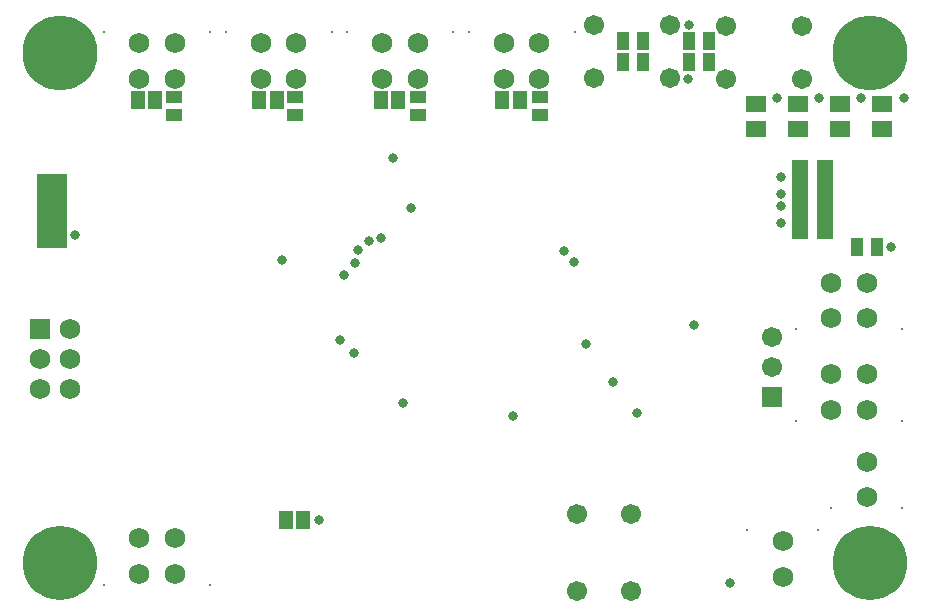
<source format=gbs>
%FSTAX23Y23*%
%MOIN*%
%SFA1B1*%

%IPPOS*%
%ADD32R,0.100000X0.250000*%
%ADD36R,0.067000X0.057000*%
%ADD40R,0.051000X0.061000*%
%ADD48C,0.067000*%
%ADD49R,0.069000X0.069000*%
%ADD50C,0.069000*%
%ADD51C,0.068000*%
%ADD52C,0.008000*%
%ADD53C,0.067000*%
%ADD54R,0.067000X0.067000*%
%ADD55R,0.046000X0.046000*%
%ADD56C,0.046000*%
%ADD57C,0.250000*%
%ADD58C,0.248000*%
%ADD59C,0.033000*%
%ADD76R,0.041000X0.059000*%
%ADD77R,0.055000X0.039000*%
%ADD78R,0.057000X0.067000*%
%LNtemperature_monitor_&_display-1*%
%LPD*%
G54D32*
X00125Y01325D03*
G54D36*
X0247Y01597D03*
Y0168D03*
X0289D03*
Y01597D03*
X0275Y0168D03*
Y01597D03*
X0261Y0168D03*
Y01597D03*
G54D40*
X0096Y00295D03*
X00903D03*
X01626Y01695D03*
X01684D03*
X01221D03*
X01279D03*
X00467D03*
X0041D03*
X00874D03*
X00816D03*
G54D48*
X0193Y01945D03*
X02186D03*
X0193Y01768D03*
X02186D03*
X0237Y01942D03*
X02626D03*
X0237Y01765D03*
X02626D03*
X01876Y00057D03*
Y00313D03*
X02054Y00057D03*
Y00313D03*
G54D49*
X00085Y0093D03*
G54D50*
X00085Y0083D03*
Y0073D03*
X00185Y0093D03*
Y0083D03*
Y0073D03*
G54D51*
X0256Y00105D03*
Y00223D03*
X0284Y00488D03*
Y0037D03*
X00534Y00234D03*
Y00116D03*
X00416Y00234D03*
Y00116D03*
X01631Y01766D03*
Y01884D03*
X01749Y01766D03*
Y01884D03*
X01226Y01766D03*
Y01884D03*
X01344Y01766D03*
Y01884D03*
X0284Y01085D03*
Y00967D03*
X02722Y01085D03*
Y00967D03*
X0284Y0078D03*
Y00662D03*
X02722Y0078D03*
Y00662D03*
X00821Y01766D03*
Y01884D03*
X00939Y01766D03*
Y01884D03*
X00533Y01883D03*
Y01765D03*
X00415Y01883D03*
Y01765D03*
G54D52*
X02442Y0026D03*
X02678D03*
X02958Y00333D03*
X02722D03*
X00652Y00079D03*
X00298D03*
X01513Y01921D03*
X01867D03*
X01108D03*
X01462D03*
X02958Y0093D03*
X02604D03*
X02958Y00625D03*
X02604D03*
X00703Y01921D03*
X01057D03*
X00651Y0192D03*
X00297D03*
G54D53*
X02525Y00905D03*
Y00805D03*
G54D54*
X02525Y00705D03*
G54D55*
X0015Y01225D03*
G54D56*
X001Y01225D03*
X0015Y01275D03*
X001D03*
X0015Y01325D03*
X001D03*
X0015Y01375D03*
X001D03*
X0015Y01425D03*
X001D03*
G54D57*
X0015Y0185D03*
X0285D03*
G54D58*
X0285Y0015D03*
X0015D03*
G54D59*
X01143Y01195D03*
X01865Y01155D03*
X0122Y01235D03*
X0118Y01225D03*
X01135Y0115D03*
X01098Y01112D03*
X0089Y0116D03*
X0183Y0119D03*
X02075Y0065D03*
X0292Y01205D03*
X02555Y01285D03*
Y0134D03*
Y0138D03*
X02556Y01439D03*
X0113Y0085D03*
X01085Y00895D03*
X02965Y017D03*
X0254D03*
X0268D03*
X0282D03*
X02385Y00085D03*
X01295Y00685D03*
X01015Y00295D03*
X0166Y0064D03*
X01906Y0088D03*
X02247Y01945D03*
X0132Y01335D03*
X02245Y01765D03*
X02265Y00945D03*
X002Y01245D03*
X01995Y00755D03*
X0126Y015D03*
G54D76*
X02247Y0182D03*
X02313D03*
X02247Y0189D03*
X02313D03*
X02027Y0182D03*
X02093D03*
X02027Y0189D03*
X02093D03*
X02873Y01205D03*
X02807D03*
G54D77*
X0175Y01646D03*
Y01705D03*
X01345Y01645D03*
Y01704D03*
X00935Y01645D03*
Y01705D03*
X0053Y01645D03*
Y01705D03*
G54D78*
X02619Y01265D03*
X02701D03*
X02619Y0133D03*
X02701D03*
X02619Y01395D03*
X02701D03*
X02619Y0146D03*
X02701D03*
M02*
</source>
